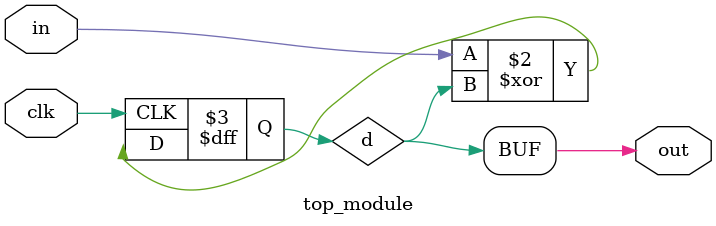
<source format=sv>
module top_module (
	input clk,
	input in,
	output logic out
);

// D flip-flop
logic d;
always_ff @(posedge clk) begin
	d <= in ^ out;
end

// Output of the flip-flop
assign out = d;

endmodule

</source>
